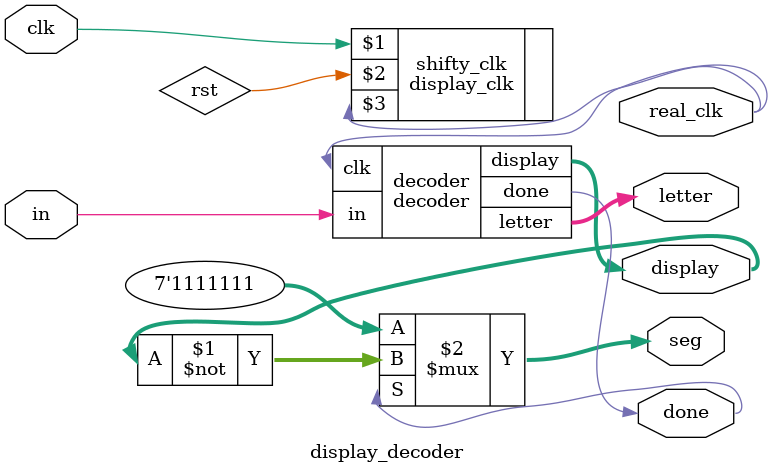
<source format=v>


module net(clk, x3, x2, x1, x0, new, a,b,c,d,e,f,g,h,i,j,k,l,m,n,o,p,q,r,s,t,u,v,w,x,y,z, ready);
    input clk;
    input [7:0] x3, x2, x1, x0;
    input new;
    output [7:0] a,b,c,d,e,f,g,h,i,j,k,l,m,n,o,p,q,r,s,t,u,v,w,x,y,z;
    output ready;

    reg [39:0] rom [0:29]; // ROM that stores neuron weights
    initial
    begin
    rom[0]= 40'b00000101_00001000_00000101_11111011_00000001;
    rom[1]= 40'b11111101_00000000_11111100_00001100_00000100;
    rom[2]= 40'b00010000_00000000_00000110_00000110_11110101;
    rom[3]= 40'b11111111_00000100_00001010_11111111_11101100;
    
    rom[4]= 40'b11110010_00000011_00000101_11100100_11111011;
    rom[5]= 40'b00000100_11110111_00000111_11101111_11111011;
    rom[6]= 40'b00000011_11110010_00000100_00000000_11111100;
    rom[7]= 40'b00010001_11111110_11101110_00001010_00001010;
    rom[8]= 40'b11111001_00001110_11100111_11111001_00100100;
    rom[9]= 40'b00000000_11110100_00000001_00001010_00000100;
    rom[10]= 40'b00001101_11111000_11101100_00010010_11110011;
    rom[11]= 40'b00001000_11111100_00000001_11111101_00010101;
    rom[12]= 40'b11111101_00000000_00000011_11111100_00100101;
    rom[13]= 40'b00000110_11111100_00000000_00000100_11110011;
    rom[14]= 40'b00001011_00000110_11111101_11111010_11101100;
    rom[15]= 40'b00001111_11111100_11111100_00000000_11111101;
    rom[16]= 40'b11101111_00000000_00000000_00001000_11110000;
    rom[17]= 40'b11110100_11110010_00000000_00010100_00010111;
    rom[18]= 40'b00000111_00000000_11110100_00010000_11100111;
    rom[19]= 40'b00001010_11111001_11111010_00001001_11110010;
    rom[20]= 40'b00000100_00000000_00000100_11110101_11100001;
    rom[21]= 40'b00000010_11111011_11110100_00010101_00001101;
    rom[22]= 40'b00001100_00000010_11110111_00000100_00100100;
    rom[23]= 40'b11011110_00001011_11111000_11110010_11100101;
    rom[24]= 40'b11100011_00000101_00000000_00000000_11100011;
    rom[25]= 40'b11111010_00000000_00001000_11110011_11100100;
    rom[26]= 40'b00000010_00000011_11111011_00001000_11111010;
    rom[27]= 40'b11111101_11111100_00001001_11101101_11110100;
    rom[28]= 40'b11111101_11111010_00000101_00000001_11111000;
    rom[29]= 40'b00001100_11110100_00000001_11111000_11110010;
    end

    // Initialize values in ROM
    //initial $readmemb("./weights_rom", rom);

    wire [7:0] y0, y1, y2, y3;
    wire [7:0] h0, h1, h2, h3;
    wire ready_0, ready_1, ready_2, ready_3, ready_h;
    wire [25:0] ready_out;

    // Input layer of neurons (from 3.1)
    neuron l0n3(clk, rom[0][39:32], rom[0][31:24], rom[0][23:16], rom[0][15:8], rom[0][7:0], x3, x2, x1, x0, new, y3, ready_3);
    neuron l0n2(clk, rom[1][39:32], rom[1][31:24], rom[1][23:16], rom[1][15:8], rom[1][7:0], x3, x2, x1, x0, new, y2, ready_2);
    neuron l0n1(clk, rom[2][39:32], rom[2][31:24], rom[2][23:16], rom[2][15:8], rom[2][7:0], x3, x2, x1, x0, new, y1, ready_1);
    neuron l0n0(clk, rom[3][39:32], rom[3][31:24], rom[3][23:16], rom[3][15:8], rom[3][7:0], x3, x2, x1, x0, new, y0, ready_0);

    // Interlayer module (from 3.2)
    interlayer i2o(clk, new, y3, ready_3, y2, ready_2, y1, ready_1, y0, ready_0, h3, h2, h1, h0, ready_h);

    // Output layer of neurons (from 3.1)
    neuron  l1n0(clk,  rom[4][39:32],  rom[4][31:24],  rom[4][23:16],  rom[4][15:8],  rom[4][7:0], h3, h2, h1, h0, ready_h, a,  ready_out[0]);
    neuron  l1n1(clk,  rom[5][39:32],  rom[5][31:24],  rom[5][23:16],  rom[5][15:8],  rom[5][7:0], h3, h2, h1, h0, ready_h, b,  ready_out[1]);
    neuron  l1n2(clk,  rom[6][39:32],  rom[6][31:24],  rom[6][23:16],  rom[6][15:8],  rom[6][7:0], h3, h2, h1, h0, ready_h, c,  ready_out[2]);
    neuron  l1n3(clk,  rom[7][39:32],  rom[7][31:24],  rom[7][23:16],  rom[7][15:8],  rom[7][7:0], h3, h2, h1, h0, ready_h, d,  ready_out[3]);
    neuron  l1n4(clk,  rom[8][39:32],  rom[8][31:24],  rom[8][23:16],  rom[8][15:8],  rom[8][7:0], h3, h2, h1, h0, ready_h, e,  ready_out[4]);
    neuron  l1n5(clk,  rom[9][39:32],  rom[9][31:24],  rom[9][23:16],  rom[9][15:8],  rom[9][7:0], h3, h2, h1, h0, ready_h, f,  ready_out[5]);
    neuron  l1n6(clk, rom[10][39:32], rom[10][31:24], rom[10][23:16], rom[10][15:8], rom[10][7:0], h3, h2, h1, h0, ready_h, g,  ready_out[6]);
    neuron  l1n7(clk, rom[11][39:32], rom[11][31:24], rom[11][23:16], rom[11][15:8], rom[11][7:0], h3, h2, h1, h0, ready_h, h,  ready_out[7]);
    neuron  l1n8(clk, rom[12][39:32], rom[12][31:24], rom[12][23:16], rom[12][15:8], rom[12][7:0], h3, h2, h1, h0, ready_h, i,  ready_out[8]);
    neuron  l1n9(clk, rom[13][39:32], rom[13][31:24], rom[13][23:16], rom[13][15:8], rom[13][7:0], h3, h2, h1, h0, ready_h, j,  ready_out[9]);
    neuron l1n10(clk, rom[14][39:32], rom[14][31:24], rom[14][23:16], rom[14][15:8], rom[14][7:0], h3, h2, h1, h0, ready_h, k, ready_out[10]);
    neuron l1n11(clk, rom[15][39:32], rom[15][31:24], rom[15][23:16], rom[15][15:8], rom[15][7:0], h3, h2, h1, h0, ready_h, l, ready_out[11]);
    neuron l1n12(clk, rom[16][39:32], rom[16][31:24], rom[16][23:16], rom[16][15:8], rom[16][7:0], h3, h2, h1, h0, ready_h, m, ready_out[12]);
    neuron l1n13(clk, rom[17][39:32], rom[17][31:24], rom[17][23:16], rom[17][15:8], rom[17][7:0], h3, h2, h1, h0, ready_h, n, ready_out[13]);
    neuron l1n14(clk, rom[18][39:32], rom[18][31:24], rom[18][23:16], rom[18][15:8], rom[18][7:0], h3, h2, h1, h0, ready_h, o, ready_out[14]);
    neuron l1n15(clk, rom[19][39:32], rom[19][31:24], rom[19][23:16], rom[19][15:8], rom[19][7:0], h3, h2, h1, h0, ready_h, p, ready_out[15]);
    neuron l1n16(clk, rom[20][39:32], rom[20][31:24], rom[20][23:16], rom[20][15:8], rom[20][7:0], h3, h2, h1, h0, ready_h, q, ready_out[16]);
    neuron l1n17(clk, rom[21][39:32], rom[21][31:24], rom[21][23:16], rom[21][15:8], rom[21][7:0], h3, h2, h1, h0, ready_h, r, ready_out[17]);
    neuron l1n18(clk, rom[22][39:32], rom[22][31:24], rom[22][23:16], rom[22][15:8], rom[22][7:0], h3, h2, h1, h0, ready_h, s, ready_out[18]);
    neuron l1n19(clk, rom[23][39:32], rom[23][31:24], rom[23][23:16], rom[23][15:8], rom[23][7:0], h3, h2, h1, h0, ready_h, t, ready_out[19]);
    neuron l1n20(clk, rom[24][39:32], rom[24][31:24], rom[24][23:16], rom[24][15:8], rom[24][7:0], h3, h2, h1, h0, ready_h, u, ready_out[20]);
    neuron l1n21(clk, rom[25][39:32], rom[25][31:24], rom[25][23:16], rom[25][15:8], rom[25][7:0], h3, h2, h1, h0, ready_h, v, ready_out[21]);
    neuron l1n22(clk, rom[26][39:32], rom[26][31:24], rom[26][23:16], rom[26][15:8], rom[26][7:0], h3, h2, h1, h0, ready_h, w, ready_out[22]);
    neuron l1n23(clk, rom[27][39:32], rom[27][31:24], rom[27][23:16], rom[27][15:8], rom[27][7:0], h3, h2, h1, h0, ready_h, x, ready_out[23]);
    neuron l1n24(clk, rom[28][39:32], rom[28][31:24], rom[28][23:16], rom[28][15:8], rom[28][7:0], h3, h2, h1, h0, ready_h, y, ready_out[24]);
    neuron l1n25(clk, rom[29][39:32], rom[29][31:24], rom[29][23:16], rom[29][15:8], rom[29][7:0], h3, h2, h1, h0, ready_h, z, ready_out[25]);
    assign ready = &(ready_out);
endmodule

// ****************
// Blocks to design
// ****************

// 3.3a) Morse decoder
// 1 bit time-series input 
// 5 bit letter [a=0, ..., z=25] output
// 7 bit 7-segment display output
// 1 bit flag indicating done

module decoder(clk, in, letter, display, done);
  input clk;
  input in;
  output [4:0] letter;
  output [6:0] display;
  output done;

  // your code here
  //deserializer
  wire [7:0] x3, x2, x1, x0, d_x3, d_x2, d_x1, d_x0;
  wire ser_done, d_ser_done, d_in;
  dreg #(1) dreg_in(clk,in,d_in);
  deserializer deserializer(clk, d_in, x3, x2, x1, x0, ser_done);
  dreg #(33) dreg_deser(clk, {x3,x2,x1,x0,ser_done}, {d_x3, d_x2, d_x1, d_x0, d_ser_done});
  //neural net
  wire [7:0] a,b,c,d,e,f,g,h,i,j,k,l,m,n,o,p,q,r,s,t,u,v,w,x,y,z;
  wire [7:0] d_a,d_b,d_c,d_d,d_e,d_f,d_g,d_h,d_i,d_j,d_k,d_l,d_m,
  d_n,d_o,d_p,d_q,d_r,d_s,d_t,d_u,d_v,d_w,d_x,d_y,d_z;
  wire net_ready, d_net_ready;
  net net(clk, d_x3, d_x2, d_x1, d_x0, d_ser_done, a,b,c,d,e,f,g,h,i,j,k,l,m,n,o,p,q,r,s,t,u,v,w,x,y,z, net_ready);
  dreg #(209) dreg_net(clk, {a,b,c,d,e,f,g,h,i,j,k,l,m,n,o,p,q,r,s,t,u,v,w,x,y,z, net_ready}, {d_a,d_b,d_c,d_d,d_e,d_f,d_g,d_h,d_i,d_j,d_k,d_l,d_m,d_n,d_o,d_p,d_q,d_r,d_s,d_t,d_u,d_v,d_w,d_x,d_y,d_z, d_net_ready});
  //mam
  wire max_letter;
  maxindex maxindex(d_a,d_b,d_c,d_d,d_e,d_f,d_g,d_h,d_i,d_j,d_k,d_l,d_m,d_n,d_o,d_p,d_q,d_r,d_s,d_t,d_u,d_v,d_w,d_x,d_y,d_z,letter);
  
  //display_rom
  wire [6:0] max_display;
  display_rom display_rom (letter, max_display);
  dreg #(8) dreg_out(clk,{max_display,d_net_ready},{display, done});
  //pipeline properly
  //assign done = 0'b0;
  //flag when done --> appropriate amt of regs after net
endmodule

//EE 89
//displaying
module display_decoder (clk, in, real_clk, letter, seg, display, done);
    input clk;
    input in; //set via button (left)
    output real_clk;
    output done;
  	output [4:0] letter;
  	output [6:0] seg, display;
  	
  	//deserializer
  	wire rst;
    display_clk shifty_clk(clk,rst,real_clk);
    wire [4:0] letter;
    wire [6:0] display;
  	decoder decoder(real_clk,in,letter,display,done);
  	
  	assign seg = done ? ~display : 7'b1111111;
  	//assign seg = ~display;
endmodule

</source>
